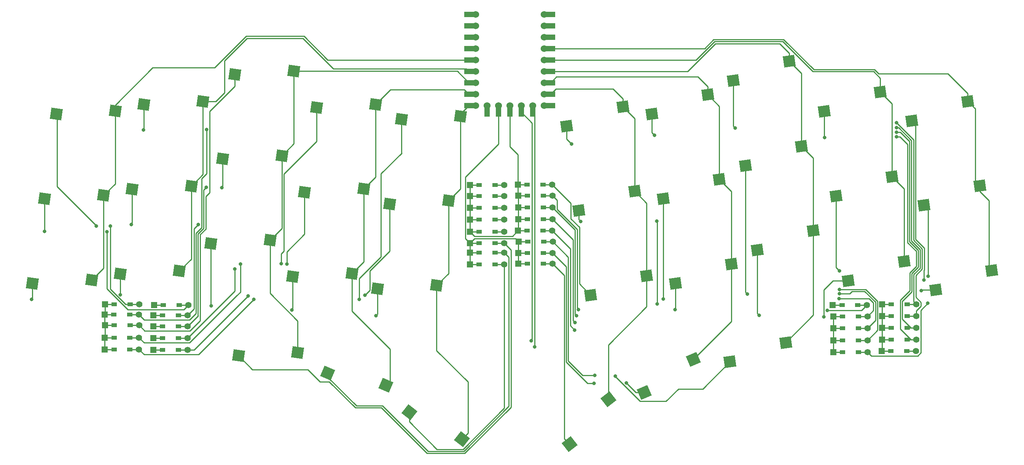
<source format=gbl>
G04 #@! TF.GenerationSoftware,KiCad,Pcbnew,7.0.1-0*
G04 #@! TF.CreationDate,2023-06-03T13:21:34+09:00*
G04 #@! TF.ProjectId,cool536lc,636f6f6c-3533-4366-9c63-2e6b69636164,rev?*
G04 #@! TF.SameCoordinates,Original*
G04 #@! TF.FileFunction,Copper,L2,Bot*
G04 #@! TF.FilePolarity,Positive*
%FSLAX46Y46*%
G04 Gerber Fmt 4.6, Leading zero omitted, Abs format (unit mm)*
G04 Created by KiCad (PCBNEW 7.0.1-0) date 2023-06-03 13:21:34*
%MOMM*%
%LPD*%
G01*
G04 APERTURE LIST*
G04 Aperture macros list*
%AMRotRect*
0 Rectangle, with rotation*
0 The origin of the aperture is its center*
0 $1 length*
0 $2 width*
0 $3 Rotation angle, in degrees counterclockwise*
0 Add horizontal line*
21,1,$1,$2,0,0,$3*%
G04 Aperture macros list end*
G04 #@! TA.AperFunction,ComponentPad*
%ADD10R,1.397000X1.397000*%
G04 #@! TD*
G04 #@! TA.AperFunction,SMDPad,CuDef*
%ADD11R,1.300000X0.950000*%
G04 #@! TD*
G04 #@! TA.AperFunction,ComponentPad*
%ADD12C,1.397000*%
G04 #@! TD*
G04 #@! TA.AperFunction,SMDPad,CuDef*
%ADD13RotRect,2.550000X2.500000X8.000000*%
G04 #@! TD*
G04 #@! TA.AperFunction,SMDPad,CuDef*
%ADD14RotRect,2.550000X2.500000X352.000000*%
G04 #@! TD*
G04 #@! TA.AperFunction,SMDPad,CuDef*
%ADD15RotRect,2.550000X2.500000X322.000000*%
G04 #@! TD*
G04 #@! TA.AperFunction,SMDPad,CuDef*
%ADD16RotRect,2.550000X2.500000X23.000000*%
G04 #@! TD*
G04 #@! TA.AperFunction,SMDPad,CuDef*
%ADD17RotRect,2.550000X2.500000X38.000000*%
G04 #@! TD*
G04 #@! TA.AperFunction,SMDPad,CuDef*
%ADD18RotRect,2.550000X2.500000X337.000000*%
G04 #@! TD*
G04 #@! TA.AperFunction,ComponentPad*
%ADD19C,1.524000*%
G04 #@! TD*
G04 #@! TA.AperFunction,SMDPad,CuDef*
%ADD20R,2.000000X1.200000*%
G04 #@! TD*
G04 #@! TA.AperFunction,SMDPad,CuDef*
%ADD21R,1.200000X2.000000*%
G04 #@! TD*
G04 #@! TA.AperFunction,ViaPad*
%ADD22C,0.800000*%
G04 #@! TD*
G04 #@! TA.AperFunction,Conductor*
%ADD23C,0.250000*%
G04 #@! TD*
G04 APERTURE END LIST*
D10*
X147140000Y-193590000D03*
D11*
X149175000Y-193590000D03*
X152725000Y-193590000D03*
D12*
X154760000Y-193590000D03*
D10*
X157851525Y-201206198D03*
D11*
X159886525Y-201206198D03*
X163436525Y-201206198D03*
D12*
X165471525Y-201206198D03*
D10*
X157851525Y-195906198D03*
D11*
X159886525Y-195906198D03*
X163436525Y-195906198D03*
D12*
X165471525Y-195906198D03*
D13*
X205300427Y-211142418D03*
X192852731Y-215456790D03*
X202599865Y-192289417D03*
X190152169Y-196603789D03*
D10*
X227836525Y-220296198D03*
D11*
X229871525Y-220296198D03*
X233421525Y-220296198D03*
D12*
X235456525Y-220296198D03*
D13*
X217360427Y-228652418D03*
X204912731Y-232966790D03*
X243690989Y-210545419D03*
X231243293Y-214859791D03*
D10*
X147140000Y-203940000D03*
D11*
X149175000Y-203940000D03*
X152725000Y-203940000D03*
D12*
X154760000Y-203940000D03*
D10*
X238736525Y-230576198D03*
D11*
X240771525Y-230576198D03*
X244321525Y-230576198D03*
D12*
X246356525Y-230576198D03*
D10*
X238796525Y-225406198D03*
D11*
X240831525Y-225406198D03*
X244381525Y-225406198D03*
D12*
X246416525Y-225406198D03*
D14*
X123469075Y-194407520D03*
X110314380Y-195123711D03*
D13*
X257889865Y-174919417D03*
X245442169Y-179233789D03*
D10*
X227936525Y-230796198D03*
D11*
X229971525Y-230796198D03*
X233521525Y-230796198D03*
D12*
X235556525Y-230796198D03*
D13*
X263190989Y-212575419D03*
X250743293Y-216889791D03*
D10*
X147140000Y-211273802D03*
D11*
X149175000Y-211273802D03*
X152725000Y-211273802D03*
D12*
X154760000Y-211273802D03*
D14*
X87701220Y-174930007D03*
X74546525Y-175646198D03*
D10*
X65896525Y-224836198D03*
D11*
X67931525Y-224836198D03*
X71481525Y-224836198D03*
D12*
X73516525Y-224836198D03*
D10*
X76696525Y-225016198D03*
D11*
X78731525Y-225016198D03*
X82281525Y-225016198D03*
D12*
X84316525Y-225016198D03*
D14*
X68189075Y-177007520D03*
X55034380Y-177723711D03*
X107939075Y-168167520D03*
X94784380Y-168883711D03*
X102621220Y-205870007D03*
X89466525Y-206586198D03*
D12*
X84306525Y-222576198D03*
D11*
X82271525Y-222576198D03*
X78721525Y-222576198D03*
D10*
X76686525Y-222576198D03*
D14*
X105268513Y-187030521D03*
X92113818Y-187746712D03*
X144989075Y-178207520D03*
X131834380Y-178923711D03*
D10*
X65836525Y-222456198D03*
D11*
X67871525Y-222456198D03*
X71421525Y-222456198D03*
D12*
X73456525Y-222456198D03*
D13*
X183739865Y-194939417D03*
X171292169Y-199253789D03*
D10*
X238796525Y-220106198D03*
D11*
X240831525Y-220106198D03*
X244381525Y-220106198D03*
D12*
X246416525Y-220106198D03*
D10*
X76696525Y-230316198D03*
D11*
X78731525Y-230316198D03*
X82281525Y-230316198D03*
D12*
X84316525Y-230316198D03*
D13*
X241010427Y-191682418D03*
X228562731Y-195996790D03*
D14*
X62909637Y-214734519D03*
X49754942Y-215450710D03*
D10*
X157736525Y-193436198D03*
D11*
X159771525Y-193436198D03*
X163321525Y-193436198D03*
D12*
X165356525Y-193436198D03*
D15*
X145366920Y-250182147D03*
X133616525Y-244225038D03*
D10*
X147140000Y-195990000D03*
D11*
X149175000Y-195990000D03*
X152725000Y-195990000D03*
D12*
X154760000Y-195990000D03*
D10*
X65866525Y-227566198D03*
D11*
X67901525Y-227566198D03*
X71451525Y-227566198D03*
D12*
X73486525Y-227566198D03*
D14*
X108759075Y-230857520D03*
X95604380Y-231573711D03*
X120819075Y-213267520D03*
X107664380Y-213983711D03*
D10*
X65866525Y-230216198D03*
D11*
X67901525Y-230216198D03*
X71451525Y-230216198D03*
D12*
X73486525Y-230216198D03*
D14*
X82439075Y-212677520D03*
X69284380Y-213393711D03*
X139689075Y-215917520D03*
X126534380Y-216633711D03*
D13*
X223490427Y-203732418D03*
X211042731Y-208046790D03*
D10*
X157905000Y-206150000D03*
D11*
X159940000Y-206150000D03*
X163490000Y-206150000D03*
D12*
X165525000Y-206150000D03*
D10*
X65876525Y-220176198D03*
D11*
X67911525Y-220176198D03*
X71461525Y-220176198D03*
D12*
X73496525Y-220176198D03*
D10*
X147140000Y-208620000D03*
D11*
X149175000Y-208620000D03*
X152725000Y-208620000D03*
D12*
X154760000Y-208620000D03*
D10*
X227936525Y-225496198D03*
D11*
X229971525Y-225496198D03*
X233521525Y-225496198D03*
D12*
X235556525Y-225496198D03*
D16*
X196806525Y-232406198D03*
X185899616Y-239795262D03*
D13*
X218168709Y-165978357D03*
X205721013Y-170292729D03*
D17*
X177906525Y-241346198D03*
X169283690Y-251306401D03*
D13*
X220818709Y-184888357D03*
X208371013Y-189202729D03*
X260529865Y-193729417D03*
X248082169Y-198043789D03*
X238380427Y-172822418D03*
X225932731Y-177136790D03*
D10*
X147140000Y-198640000D03*
D11*
X149175000Y-198640000D03*
X152725000Y-198640000D03*
D12*
X154760000Y-198640000D03*
D13*
X181100989Y-176075419D03*
X168653293Y-180389791D03*
D10*
X227936525Y-222846198D03*
D11*
X229971525Y-222846198D03*
X233521525Y-222846198D03*
D12*
X235556525Y-222846198D03*
D10*
X238796525Y-222756198D03*
D11*
X240831525Y-222756198D03*
X244381525Y-222756198D03*
D12*
X246416525Y-222756198D03*
D14*
X142359075Y-197057520D03*
X129204380Y-197773711D03*
D10*
X147140000Y-206550000D03*
D11*
X149175000Y-206550000D03*
X152725000Y-206550000D03*
D12*
X154760000Y-206550000D03*
D10*
X238796525Y-228056198D03*
D11*
X240831525Y-228056198D03*
X244381525Y-228056198D03*
D12*
X246416525Y-228056198D03*
D18*
X128366525Y-238136198D03*
X115474702Y-235423299D03*
D13*
X200020427Y-173412418D03*
X187572731Y-177726790D03*
D10*
X76696525Y-227666198D03*
D11*
X78731525Y-227666198D03*
X82281525Y-227666198D03*
D12*
X84316525Y-227666198D03*
D10*
X227936525Y-228146198D03*
D11*
X229971525Y-228146198D03*
X233521525Y-228146198D03*
D12*
X235556525Y-228146198D03*
D14*
X126139075Y-175567520D03*
X112984380Y-176283711D03*
D10*
X157885000Y-211100000D03*
D11*
X159920000Y-211100000D03*
X163470000Y-211100000D03*
D12*
X165505000Y-211100000D03*
D13*
X186400427Y-213772418D03*
X173952731Y-218086790D03*
D10*
X76826525Y-220326198D03*
D11*
X78861525Y-220326198D03*
X82411525Y-220326198D03*
D12*
X84446525Y-220326198D03*
D10*
X157776525Y-203746198D03*
D11*
X159811525Y-203746198D03*
X163361525Y-203746198D03*
D12*
X165396525Y-203746198D03*
D14*
X65569653Y-195881990D03*
X52414958Y-196598181D03*
D10*
X147140000Y-201290000D03*
D11*
X149175000Y-201290000D03*
X152725000Y-201290000D03*
D12*
X154760000Y-201290000D03*
D14*
X85091220Y-193800007D03*
X71936525Y-194516198D03*
D10*
X157888525Y-208736198D03*
D11*
X159923525Y-208736198D03*
X163473525Y-208736198D03*
D12*
X165508525Y-208736198D03*
D10*
X157851525Y-198556198D03*
D11*
X159886525Y-198556198D03*
X163436525Y-198556198D03*
D12*
X165471525Y-198556198D03*
D19*
X148346525Y-155516198D03*
D20*
X146876525Y-155516198D03*
D19*
X148346525Y-158056198D03*
D20*
X146876525Y-158056198D03*
D19*
X148346525Y-160596198D03*
D20*
X146876525Y-160596198D03*
D19*
X148346525Y-163136198D03*
D20*
X146876525Y-163136198D03*
D19*
X148346525Y-165676198D03*
D20*
X146876525Y-165676198D03*
D19*
X148346525Y-168216198D03*
D20*
X146876525Y-168216198D03*
D19*
X148346525Y-170756198D03*
D20*
X146876525Y-170756198D03*
D19*
X148346525Y-173296198D03*
D20*
X146876525Y-173296198D03*
D19*
X148346525Y-175836198D03*
D20*
X146876525Y-175836198D03*
D21*
X150886525Y-177296198D03*
D19*
X150886525Y-175836198D03*
D21*
X153426525Y-177306198D03*
D19*
X153426525Y-175836198D03*
D21*
X155966525Y-177296198D03*
D19*
X155966525Y-175836198D03*
X158506525Y-175836198D03*
D21*
X158496525Y-177306198D03*
X161056525Y-177296198D03*
D19*
X161046525Y-175836198D03*
D20*
X165056525Y-175836198D03*
D19*
X163586525Y-175836198D03*
D20*
X165056525Y-173296198D03*
D19*
X163586525Y-173296198D03*
D20*
X165056525Y-170756198D03*
D19*
X163586525Y-170756198D03*
D20*
X165056525Y-168216198D03*
D19*
X163586525Y-168216198D03*
D20*
X165056525Y-165676198D03*
D19*
X163586525Y-165676198D03*
D20*
X165056525Y-163136198D03*
D19*
X163586525Y-163136198D03*
D20*
X165056525Y-160596198D03*
D19*
X163586525Y-160596198D03*
D20*
X165056525Y-158056198D03*
D19*
X163586525Y-158056198D03*
D20*
X165056525Y-155516198D03*
D19*
X163586525Y-155516198D03*
D22*
X161530000Y-229590000D03*
X160740000Y-228240000D03*
X122470000Y-219050500D03*
X99050000Y-219000000D03*
X123710000Y-218100000D03*
X97750000Y-218270000D03*
X96020000Y-211130000D03*
X105110000Y-211070000D03*
X94790000Y-212290000D03*
X106340000Y-211140000D03*
X91910000Y-194140000D03*
X88410000Y-194080000D03*
X74450000Y-181270000D03*
X88490000Y-181190000D03*
X86670000Y-202320000D03*
X71790000Y-202320000D03*
X52480000Y-203900000D03*
X66294153Y-203970000D03*
X67060000Y-202720000D03*
X63940000Y-202720000D03*
X49560000Y-219030000D03*
X69320000Y-218020000D03*
X89530000Y-220520000D03*
X107520000Y-221400000D03*
X126160000Y-222660000D03*
X188750000Y-220050000D03*
X171750000Y-201650000D03*
X188670000Y-201560000D03*
X226610000Y-221530000D03*
X190090000Y-218920000D03*
X229270000Y-218840000D03*
X208820000Y-217840000D03*
X229311490Y-217809271D03*
X229290000Y-212660000D03*
X229290000Y-216810000D03*
X249050000Y-213870000D03*
X248980000Y-219910000D03*
X248150000Y-214700000D03*
X226050000Y-182930000D03*
X242030782Y-182808355D03*
X206120000Y-180870000D03*
X242003238Y-181809232D03*
X188150000Y-182450000D03*
X242010000Y-179690000D03*
X241980000Y-180810000D03*
X169730000Y-184410000D03*
X192750000Y-221310000D03*
X171224500Y-221300000D03*
X211470000Y-222610000D03*
X170790000Y-222690000D03*
X225830000Y-222950000D03*
X170440000Y-224230000D03*
X247530000Y-217080000D03*
X170420000Y-225880000D03*
X174860000Y-236010000D03*
X179440000Y-236110000D03*
X181910000Y-237670000D03*
X174700000Y-237740000D03*
D23*
X78731525Y-225016198D02*
X76696525Y-225016198D01*
X147140000Y-206550000D02*
X148163500Y-205526500D01*
X148163500Y-205526500D02*
X157281500Y-205526500D01*
X157281500Y-205526500D02*
X157905000Y-206150000D01*
X157888525Y-208736198D02*
X157888525Y-206166475D01*
X157888525Y-206166475D02*
X157905000Y-206150000D01*
X159940000Y-206150000D02*
X157905000Y-206150000D01*
X229971525Y-222846198D02*
X227936525Y-222846198D01*
X227936525Y-225496198D02*
X227936525Y-222846198D01*
X179440000Y-236110000D02*
X179440000Y-236240000D01*
X179440000Y-236240000D02*
X184969075Y-241769075D01*
X190690925Y-241769075D02*
X193480000Y-238980000D01*
X184969075Y-241769075D02*
X190690925Y-241769075D01*
X193480000Y-238980000D02*
X198899522Y-238980000D01*
X198899522Y-238980000D02*
X204912731Y-232966790D01*
X78721525Y-222576198D02*
X76686525Y-222576198D01*
X161465000Y-229525000D02*
X161530000Y-229590000D01*
X161465000Y-177704673D02*
X161465000Y-229525000D01*
X161056525Y-177296198D02*
X161465000Y-177704673D01*
X161046525Y-175836198D02*
X161046525Y-177286198D01*
X161046525Y-177286198D02*
X161056525Y-177296198D01*
X158496525Y-177306198D02*
X160915000Y-179724673D01*
X160915000Y-179724673D02*
X160915000Y-228065000D01*
X160915000Y-228065000D02*
X160740000Y-228240000D01*
X158506525Y-175836198D02*
X158506525Y-177296198D01*
X158506525Y-177296198D02*
X158496525Y-177306198D01*
X122470000Y-219050500D02*
X122470000Y-214383604D01*
X131834380Y-186324380D02*
X131834380Y-178923711D01*
X122470000Y-214383604D02*
X127310000Y-209543604D01*
X127310000Y-209543604D02*
X127310000Y-191020000D01*
X127310000Y-191020000D02*
X131920000Y-186410000D01*
X131920000Y-186410000D02*
X131834380Y-186324380D01*
X124830000Y-216980000D02*
X124830000Y-212660000D01*
X123710000Y-218100000D02*
X124830000Y-216980000D01*
X129204380Y-208285620D02*
X129204380Y-197773711D01*
X124830000Y-212660000D02*
X129204380Y-208285620D01*
X86710302Y-231339698D02*
X99050000Y-219000000D01*
X74610025Y-231339698D02*
X86710302Y-231339698D01*
X73486525Y-230216198D02*
X74610025Y-231339698D01*
X84316525Y-230316198D02*
X85703802Y-230316198D01*
X85703802Y-230316198D02*
X97750000Y-218270000D01*
X105110000Y-211070000D02*
X105110000Y-208900000D01*
X84740473Y-228689698D02*
X95240000Y-218190171D01*
X95240000Y-218190171D02*
X96020000Y-217410171D01*
X96020000Y-217410171D02*
X96020000Y-211130000D01*
X105110000Y-208900000D02*
X105718513Y-208291487D01*
X105718513Y-208291487D02*
X105718513Y-191090000D01*
X112984380Y-183824133D02*
X112984380Y-176283711D01*
X74610025Y-228689698D02*
X84740473Y-228689698D01*
X73486525Y-227566198D02*
X74610025Y-228689698D01*
X105718513Y-191090000D02*
X112984380Y-183824133D01*
X84316525Y-227666198D02*
X94790000Y-217192723D01*
X94790000Y-217192723D02*
X94790000Y-212290000D01*
X106340000Y-211140000D02*
X106340000Y-208430000D01*
X106340000Y-208430000D02*
X110314380Y-204455620D01*
X110314380Y-204455620D02*
X110314380Y-195123711D01*
X73516525Y-224836198D02*
X74720025Y-226039698D01*
X87110000Y-223740000D02*
X87110000Y-204602792D01*
X89215000Y-195225000D02*
X89215000Y-177105000D01*
X74720025Y-226039698D02*
X84810302Y-226039698D01*
X84810302Y-226039698D02*
X87110000Y-223740000D01*
X87110000Y-204602792D02*
X88330000Y-203382792D01*
X88330000Y-203382792D02*
X88330000Y-196110000D01*
X88330000Y-196110000D02*
X89215000Y-195225000D01*
X89215000Y-177105000D02*
X94784380Y-171535620D01*
X94784380Y-171535620D02*
X94784380Y-168883711D01*
X86611362Y-204465034D02*
X87845000Y-203231396D01*
X87845000Y-203231396D02*
X87845000Y-202858604D01*
X87845000Y-202858604D02*
X87845000Y-194645000D01*
X86611362Y-222624085D02*
X86611362Y-204465034D01*
X84316525Y-225016198D02*
X86660000Y-222672723D01*
X92113818Y-193936182D02*
X92113818Y-187746712D01*
X87845000Y-194645000D02*
X88410000Y-194080000D01*
X86660000Y-222672723D02*
X86611362Y-222624085D01*
X91910000Y-194140000D02*
X92113818Y-193936182D01*
X73456525Y-222456198D02*
X74600025Y-223599698D01*
X74600025Y-223599698D02*
X84730473Y-223599698D01*
X84730473Y-223599698D02*
X86161362Y-222168810D01*
X86161362Y-204278638D02*
X87395000Y-203045000D01*
X86161362Y-222168810D02*
X86161362Y-204278638D01*
X87395000Y-203045000D02*
X87395000Y-192132623D01*
X87395000Y-192132623D02*
X88490000Y-191037623D01*
X88490000Y-191037623D02*
X88490000Y-181190000D01*
X85711362Y-221171362D02*
X84306525Y-222576198D01*
X85711362Y-221171362D02*
X85711362Y-203278638D01*
X85711362Y-203278638D02*
X86670000Y-202320000D01*
X74450000Y-181270000D02*
X74546525Y-181173475D01*
X74546525Y-181173475D02*
X74546525Y-175646198D01*
X71936525Y-194516198D02*
X71936525Y-202173475D01*
X71936525Y-202173475D02*
X71790000Y-202320000D01*
X52414958Y-203834958D02*
X52414958Y-196598181D01*
X84446525Y-220326198D02*
X83423025Y-221349698D01*
X83423025Y-221349698D02*
X70987997Y-221349698D01*
X70987997Y-221349698D02*
X66294153Y-216655854D01*
X66294153Y-216655854D02*
X66294153Y-203970000D01*
X52480000Y-203900000D02*
X52414958Y-203834958D01*
X55034380Y-177723711D02*
X55201541Y-177890872D01*
X67060000Y-202720000D02*
X67060000Y-216785305D01*
X55201541Y-177890872D02*
X55201541Y-193911541D01*
X55201541Y-193911541D02*
X63940000Y-202650000D01*
X63940000Y-202650000D02*
X63940000Y-202720000D01*
X70450893Y-220176198D02*
X73496525Y-220176198D01*
X67060000Y-216785305D02*
X70450893Y-220176198D01*
X49560000Y-219030000D02*
X49754942Y-218835058D01*
X49754942Y-218835058D02*
X49754942Y-215450710D01*
X69320000Y-218020000D02*
X69284380Y-217984380D01*
X69284380Y-217984380D02*
X69284380Y-213393711D01*
X89530000Y-220520000D02*
X89466525Y-220456525D01*
X89466525Y-220456525D02*
X89466525Y-206586198D01*
X107664380Y-221255620D02*
X107664380Y-213983711D01*
X107520000Y-221400000D02*
X107664380Y-221255620D01*
X126160000Y-222660000D02*
X126534380Y-222285620D01*
X126534380Y-222285620D02*
X126534380Y-216633711D01*
X234222723Y-221530000D02*
X226610000Y-221530000D01*
X188750000Y-220050000D02*
X188750000Y-201640000D01*
X235456525Y-220296198D02*
X234222723Y-221530000D01*
X188750000Y-201640000D02*
X188670000Y-201560000D01*
X171750000Y-201650000D02*
X171292169Y-201192169D01*
X171292169Y-201192169D02*
X171292169Y-199253789D01*
X236873025Y-221529698D02*
X236873025Y-219825817D01*
X236873025Y-219825817D02*
X235887208Y-218840000D01*
X235556525Y-222846198D02*
X236873025Y-221529698D01*
X190152169Y-218857831D02*
X190152169Y-196603789D01*
X235887208Y-218840000D02*
X229270000Y-218840000D01*
X190090000Y-218920000D02*
X190152169Y-218857831D01*
X234943604Y-217260000D02*
X232120000Y-217260000D01*
X237323025Y-223729698D02*
X237323025Y-219639421D01*
X237323025Y-219639421D02*
X234943604Y-217260000D01*
X231570729Y-217809271D02*
X229311490Y-217809271D01*
X208371013Y-217391013D02*
X208371013Y-189202729D01*
X235556525Y-225496198D02*
X237323025Y-223729698D01*
X232120000Y-217260000D02*
X231570729Y-217809271D01*
X208820000Y-217840000D02*
X208371013Y-217391013D01*
X235556525Y-228146198D02*
X237773025Y-225929698D01*
X235130000Y-216810000D02*
X229290000Y-216810000D01*
X237773025Y-225929698D02*
X237773025Y-219453025D01*
X237773025Y-219453025D02*
X235130000Y-216810000D01*
X229290000Y-212660000D02*
X228562731Y-211932731D01*
X228562731Y-211932731D02*
X228562731Y-195996790D01*
X236390327Y-231630000D02*
X246750171Y-231630000D01*
X247425856Y-221464144D02*
X248980000Y-219910000D01*
X249050000Y-213870000D02*
X249050000Y-199011620D01*
X247446489Y-221926489D02*
X247425856Y-221905856D01*
X246750171Y-231630000D02*
X247446489Y-230933682D01*
X247425856Y-221905856D02*
X247425856Y-221464144D01*
X235556525Y-230796198D02*
X236390327Y-231630000D01*
X247446489Y-230933682D02*
X247446489Y-221926489D01*
X249050000Y-199011620D02*
X248082169Y-198043789D01*
X244381525Y-228056198D02*
X246416525Y-228056198D01*
X246356525Y-230576198D02*
X244321525Y-230576198D01*
X248150000Y-212516396D02*
X248150000Y-214700000D01*
X248180000Y-212486396D02*
X248150000Y-212516396D01*
X248180000Y-207573604D02*
X248180000Y-212486396D01*
X246250000Y-180041620D02*
X246250000Y-202860000D01*
X246250000Y-202860000D02*
X246250000Y-205643604D01*
X246250000Y-205643604D02*
X248180000Y-207573604D01*
X245442169Y-179233789D02*
X246250000Y-180041620D01*
X244450000Y-184460000D02*
X243050000Y-183060000D01*
X246380000Y-208319188D02*
X244450000Y-206389188D01*
X242798355Y-182808355D02*
X242030782Y-182808355D01*
X242880000Y-219193604D02*
X244771802Y-217301802D01*
X245256525Y-228056198D02*
X242880000Y-225679673D01*
X244953887Y-217119717D02*
X244953887Y-213113321D01*
X244953887Y-213113321D02*
X246380000Y-211687208D01*
X246416525Y-228056198D02*
X245256525Y-228056198D01*
X244771802Y-217301802D02*
X244953887Y-217119717D01*
X246380000Y-211687208D02*
X246380000Y-208319188D01*
X242880000Y-225679673D02*
X242880000Y-219193604D01*
X244450000Y-206389188D02*
X244450000Y-184460000D01*
X225932731Y-182812731D02*
X225932731Y-177136790D01*
X243050000Y-183060000D02*
X242798355Y-182808355D01*
X226050000Y-182930000D02*
X225932731Y-182812731D01*
X206120000Y-180870000D02*
X205721013Y-180471013D01*
X205721013Y-180471013D02*
X205721013Y-170292729D01*
X244900000Y-185480000D02*
X244900000Y-183852792D01*
X246830000Y-211873604D02*
X246830000Y-209350000D01*
X245403887Y-216320000D02*
X245403887Y-213299717D01*
X242856440Y-181809232D02*
X242003238Y-181809232D01*
X245403887Y-213299717D02*
X246830000Y-211873604D01*
X246830000Y-208132792D02*
X244900000Y-206202792D01*
X246830000Y-209350000D02*
X246830000Y-208132792D01*
X242863604Y-181816396D02*
X242856440Y-181809232D01*
X244900000Y-206202792D02*
X244900000Y-185480000D01*
X244900000Y-183852792D02*
X242863604Y-181816396D01*
X245403887Y-217376113D02*
X245403887Y-216320000D01*
X243330000Y-223479673D02*
X243330000Y-219380000D01*
X243400000Y-219380000D02*
X245403887Y-217376113D01*
X243330000Y-219380000D02*
X243400000Y-219380000D01*
X247280000Y-212060000D02*
X245853887Y-213486113D01*
X245350000Y-206016396D02*
X247280000Y-207946396D01*
X242493604Y-180810000D02*
X245350000Y-183666396D01*
X245350000Y-183666396D02*
X245350000Y-206016396D01*
X245853887Y-219543560D02*
X246416525Y-220106198D01*
X241980000Y-180810000D02*
X242493604Y-180810000D01*
X247280000Y-207946396D02*
X247280000Y-212060000D01*
X245853887Y-213486113D02*
X245853887Y-219543560D01*
X246416525Y-222756198D02*
X246416525Y-221583500D01*
X247440025Y-219682250D02*
X246303887Y-218546113D01*
X246303887Y-213726113D02*
X247730000Y-212300000D01*
X246416525Y-221583500D02*
X247440025Y-220560000D01*
X247440025Y-220560000D02*
X247440025Y-219682250D01*
X246303887Y-218546113D02*
X246303887Y-213726113D01*
X247730000Y-207760000D02*
X245800000Y-205830000D01*
X247730000Y-212300000D02*
X247730000Y-207760000D01*
X245800000Y-205830000D02*
X245800000Y-183480000D01*
X245800000Y-183480000D02*
X242010000Y-179690000D01*
X245256525Y-225406198D02*
X243330000Y-223479673D01*
X246416525Y-225406198D02*
X245256525Y-225406198D01*
X188150000Y-182450000D02*
X187572731Y-181872731D01*
X187572731Y-181872731D02*
X187572731Y-177726790D01*
X169730000Y-184410000D02*
X168653293Y-183333293D01*
X168653293Y-183333293D02*
X168653293Y-180389791D01*
X169530611Y-201050611D02*
X171470000Y-202990000D01*
X171470000Y-202990000D02*
X171470000Y-215604059D01*
X169530611Y-197610284D02*
X169530611Y-201050611D01*
X165356525Y-193436198D02*
X169530611Y-197610284D01*
X171470000Y-215604059D02*
X173952731Y-218086790D01*
X166495025Y-198943302D02*
X171020000Y-203468277D01*
X192852731Y-221207269D02*
X192852731Y-215456790D01*
X166495025Y-196929698D02*
X166495025Y-198943302D01*
X165471525Y-195906198D02*
X166495025Y-196929698D01*
X192750000Y-221310000D02*
X192852731Y-221207269D01*
X171020000Y-203468277D02*
X171020000Y-221095500D01*
X171020000Y-221095500D02*
X171224500Y-221300000D01*
X170420000Y-225880000D02*
X169440000Y-224900000D01*
X169440000Y-224900000D02*
X169440000Y-207789672D01*
X169440000Y-207789672D02*
X165396525Y-203746198D01*
X165471525Y-198556198D02*
X170500000Y-203584673D01*
X170500000Y-203584673D02*
X170500000Y-222400000D01*
X211470000Y-222610000D02*
X211042731Y-222182731D01*
X170500000Y-222400000D02*
X170790000Y-222690000D01*
X211042731Y-222182731D02*
X211042731Y-208046790D01*
X225830000Y-222950000D02*
X225830000Y-216890000D01*
X165471525Y-201206198D02*
X170020000Y-205754673D01*
X170020000Y-223810000D02*
X170440000Y-224230000D01*
X170020000Y-205754673D02*
X170020000Y-222860000D01*
X170020000Y-222860000D02*
X170020000Y-223810000D01*
X225830000Y-216890000D02*
X227860209Y-214859791D01*
X227860209Y-214859791D02*
X231243293Y-214859791D01*
X247530000Y-217080000D02*
X247720209Y-216889791D01*
X247720209Y-216889791D02*
X250743293Y-216889791D01*
X95604380Y-231573711D02*
X98715334Y-234684666D01*
X98715334Y-234684666D02*
X111064666Y-234684666D01*
X145926598Y-253360000D02*
X156233500Y-243053098D01*
X111064666Y-234684666D02*
X113777112Y-237397112D01*
X121605000Y-243195000D02*
X127408604Y-243195000D01*
X156233500Y-208023500D02*
X154760000Y-206550000D01*
X113777112Y-237397112D02*
X115807112Y-237397112D01*
X137573604Y-253360000D02*
X145926598Y-253360000D01*
X115807112Y-237397112D02*
X121605000Y-243195000D01*
X156233500Y-243053098D02*
X156233500Y-208023500D01*
X127408604Y-243195000D02*
X137573604Y-253360000D01*
X257889865Y-174919417D02*
X257889865Y-173148333D01*
X237116823Y-167830000D02*
X223620273Y-167830000D01*
X257889865Y-173148333D02*
X253471532Y-168730000D01*
X253471532Y-168730000D02*
X238016823Y-168730000D01*
X238016823Y-168730000D02*
X237116823Y-167830000D01*
X199311010Y-163136198D02*
X165056525Y-163136198D01*
X223620273Y-167830000D02*
X216914391Y-161124118D01*
X216914391Y-161124118D02*
X201323090Y-161124118D01*
X201323090Y-161124118D02*
X199311010Y-163136198D01*
X165056525Y-165676198D02*
X197407406Y-165676198D01*
X201509486Y-161574118D02*
X216727995Y-161574118D01*
X197407406Y-165676198D02*
X201509486Y-161574118D01*
X216727995Y-161574118D02*
X223433877Y-168280000D01*
X223433877Y-168280000D02*
X236930427Y-168280000D01*
X236930427Y-168280000D02*
X238380427Y-169730000D01*
X238380427Y-169730000D02*
X238380427Y-172822418D01*
X146876525Y-165676198D02*
X115452594Y-165676198D01*
X115452594Y-165676198D02*
X110166396Y-160390000D01*
X110166396Y-160390000D02*
X97304933Y-160390000D01*
X76502156Y-167432156D02*
X68189075Y-175745236D01*
X97304933Y-160390000D02*
X90262777Y-167432156D01*
X90262777Y-167432156D02*
X76502156Y-167432156D01*
X68189075Y-175745236D02*
X68189075Y-177007520D01*
X87701220Y-174930007D02*
X90519993Y-174930007D01*
X90519993Y-174930007D02*
X92460000Y-172990000D01*
X109980000Y-160840000D02*
X116750000Y-167610000D01*
X92460000Y-172990000D02*
X92460000Y-165871329D01*
X92460000Y-165871329D02*
X97491329Y-160840000D01*
X146270327Y-167610000D02*
X146876525Y-168216198D01*
X97491329Y-160840000D02*
X109980000Y-160840000D01*
X116750000Y-167610000D02*
X146270327Y-167610000D01*
X174860000Y-236010000D02*
X172210000Y-236010000D01*
X172210000Y-236010000D02*
X168990000Y-232790000D01*
X168990000Y-232790000D02*
X168990000Y-209615000D01*
X168990000Y-209615000D02*
X165525000Y-206150000D01*
X168531594Y-233031594D02*
X173240000Y-237740000D01*
X168540000Y-211767673D02*
X168531594Y-211776079D01*
X181910000Y-237670000D02*
X184035262Y-239795262D01*
X168531594Y-211776079D02*
X168531594Y-233031594D01*
X184035262Y-239795262D02*
X185899616Y-239795262D01*
X165508525Y-208736198D02*
X168540000Y-211767673D01*
X173240000Y-237740000D02*
X174700000Y-237740000D01*
X165505000Y-211100000D02*
X168081594Y-213676594D01*
X168081594Y-213676594D02*
X168081594Y-250104305D01*
X168081594Y-250104305D02*
X169283690Y-251306401D01*
X163490000Y-206150000D02*
X165525000Y-206150000D01*
X157885000Y-211100000D02*
X157885000Y-208739723D01*
X157885000Y-208739723D02*
X157888525Y-208736198D01*
X159920000Y-211100000D02*
X157885000Y-211100000D01*
X165505000Y-211100000D02*
X163470000Y-211100000D01*
X154760000Y-208620000D02*
X155783500Y-209643500D01*
X155783500Y-209643500D02*
X155783500Y-242866702D01*
X127595000Y-242745000D02*
X121865000Y-242745000D01*
X155783500Y-242866702D02*
X145740202Y-252910000D01*
X121865000Y-242745000D02*
X115474702Y-236354702D01*
X145740202Y-252910000D02*
X137760000Y-252910000D01*
X137760000Y-252910000D02*
X127595000Y-242745000D01*
X115474702Y-236354702D02*
X115474702Y-235423299D01*
X154760000Y-211273802D02*
X154760000Y-243253806D01*
X154760000Y-243253806D02*
X145553806Y-252460000D01*
X145553806Y-252460000D02*
X139768934Y-252460000D01*
X139768934Y-252460000D02*
X133616525Y-246307591D01*
X133616525Y-246307591D02*
X133616525Y-244225038D01*
X76686525Y-225006198D02*
X76696525Y-225016198D01*
X65866525Y-227566198D02*
X65866525Y-230216198D01*
X65896525Y-224836198D02*
X65896525Y-227536198D01*
X65896525Y-227536198D02*
X65866525Y-227566198D01*
X65836525Y-222456198D02*
X65836525Y-224776198D01*
X65836525Y-224776198D02*
X65896525Y-224836198D01*
X65876525Y-220176198D02*
X65876525Y-222416198D01*
X65876525Y-222416198D02*
X65836525Y-222456198D01*
X238796525Y-228056198D02*
X238796525Y-230516198D01*
X238796525Y-230516198D02*
X238736525Y-230576198D01*
X238796525Y-225406198D02*
X238796525Y-228056198D01*
X238796525Y-222756198D02*
X238796525Y-225406198D01*
X238796525Y-220106198D02*
X238796525Y-222756198D01*
X227936525Y-228146198D02*
X227936525Y-230796198D01*
X227936525Y-225496198D02*
X227936525Y-228146198D01*
X227836525Y-222746198D02*
X227936525Y-222846198D01*
X153426525Y-177306198D02*
X153426525Y-175836198D01*
X147140000Y-206550000D02*
X146116500Y-205526500D01*
X146116500Y-205526500D02*
X146116500Y-191743500D01*
X146116500Y-191743500D02*
X153426525Y-184433475D01*
X153426525Y-184433475D02*
X153426525Y-177306198D01*
X147140000Y-203940000D02*
X148163500Y-204963500D01*
X156559223Y-204963500D02*
X157776525Y-203746198D01*
X148163500Y-204963500D02*
X156559223Y-204963500D01*
X147140000Y-208620000D02*
X147140000Y-206550000D01*
X147140000Y-211273802D02*
X147140000Y-208620000D01*
X157888525Y-206268198D02*
X157856525Y-206236198D01*
X147140000Y-195990000D02*
X147140000Y-193590000D01*
X147140000Y-198640000D02*
X147140000Y-195990000D01*
X147140000Y-201290000D02*
X147140000Y-198640000D01*
X147140000Y-203940000D02*
X147140000Y-201290000D01*
X157851525Y-201206198D02*
X157851525Y-203671198D01*
X157851525Y-203671198D02*
X157776525Y-203746198D01*
X157851525Y-198556198D02*
X157851525Y-201206198D01*
X157851525Y-195906198D02*
X157851525Y-198556198D01*
X157736525Y-193436198D02*
X157736525Y-195791198D01*
X157736525Y-195791198D02*
X157851525Y-195906198D01*
X155966525Y-175836198D02*
X155966525Y-184986525D01*
X155966525Y-184986525D02*
X157736525Y-186756525D01*
X157736525Y-186756525D02*
X157736525Y-193436198D01*
X155966525Y-175836198D02*
X155966525Y-177296198D01*
X163586525Y-158056198D02*
X165056525Y-158056198D01*
X163586525Y-155516198D02*
X165056525Y-155516198D01*
X163586525Y-163136198D02*
X165056525Y-163136198D01*
X163586525Y-165676198D02*
X165056525Y-165676198D01*
X165056525Y-168216198D02*
X195503802Y-168216198D01*
X201695882Y-162024118D02*
X216024118Y-162024118D01*
X218168709Y-164168709D02*
X218168709Y-165978357D01*
X195503802Y-168216198D02*
X201695882Y-162024118D01*
X216024118Y-162024118D02*
X218168709Y-164168709D01*
X163586525Y-168216198D02*
X165056525Y-168216198D01*
X165056525Y-170756198D02*
X166354544Y-169458179D01*
X200020427Y-171641334D02*
X200020427Y-173412418D01*
X166354544Y-169458179D02*
X197837272Y-169458179D01*
X197837272Y-169458179D02*
X200020427Y-171641334D01*
X163586525Y-170756198D02*
X165056525Y-170756198D01*
X165056525Y-173296198D02*
X166231543Y-172121180D01*
X178917834Y-172121180D02*
X181100989Y-174304335D01*
X166231543Y-172121180D02*
X178917834Y-172121180D01*
X181100989Y-174304335D02*
X181100989Y-176075419D01*
X163586525Y-173296198D02*
X165056525Y-173296198D01*
X146876525Y-165676198D02*
X148346525Y-165676198D01*
X148346525Y-168216198D02*
X146876525Y-168216198D01*
X146876525Y-170756198D02*
X144287847Y-168167520D01*
X144287847Y-168167520D02*
X107939075Y-168167520D01*
X148346525Y-170756198D02*
X146876525Y-170756198D01*
X146876525Y-173296198D02*
X148346525Y-173296198D01*
X126139075Y-175567520D02*
X129425397Y-172281198D01*
X129425397Y-172281198D02*
X145861525Y-172281198D01*
X145861525Y-172281198D02*
X146876525Y-173296198D01*
X146876525Y-175836198D02*
X148346525Y-175836198D01*
X144989075Y-178207520D02*
X144989075Y-177723648D01*
X144989075Y-177723648D02*
X146876525Y-175836198D01*
X82281525Y-230316198D02*
X84316525Y-230316198D01*
X76696525Y-230316198D02*
X78731525Y-230316198D01*
X78731525Y-227666198D02*
X76696525Y-227666198D01*
X84316525Y-227666198D02*
X82281525Y-227666198D01*
X82281525Y-225016198D02*
X84316525Y-225016198D01*
X84306525Y-222576198D02*
X82271525Y-222576198D01*
X82411525Y-220326198D02*
X84446525Y-220326198D01*
X76826525Y-220326198D02*
X78861525Y-220326198D01*
X71451525Y-230216198D02*
X73486525Y-230216198D01*
X65866525Y-230216198D02*
X67901525Y-230216198D01*
X67901525Y-227566198D02*
X65866525Y-227566198D01*
X73486525Y-227566198D02*
X71451525Y-227566198D01*
X71481525Y-224836198D02*
X73516525Y-224836198D01*
X65896525Y-224836198D02*
X67931525Y-224836198D01*
X67871525Y-222456198D02*
X65836525Y-222456198D01*
X73456525Y-222456198D02*
X71421525Y-222456198D01*
X71461525Y-220176198D02*
X73496525Y-220176198D01*
X65876525Y-220176198D02*
X67911525Y-220176198D01*
X152725000Y-193590000D02*
X154760000Y-193590000D01*
X147140000Y-193590000D02*
X149175000Y-193590000D01*
X149175000Y-195990000D02*
X147140000Y-195990000D01*
X154760000Y-195990000D02*
X152725000Y-195990000D01*
X152725000Y-198640000D02*
X154760000Y-198640000D01*
X147140000Y-198640000D02*
X149175000Y-198640000D01*
X149175000Y-201290000D02*
X147140000Y-201290000D01*
X154760000Y-201290000D02*
X152725000Y-201290000D01*
X152725000Y-203940000D02*
X154760000Y-203940000D01*
X147140000Y-203940000D02*
X149175000Y-203940000D01*
X149175000Y-206550000D02*
X147140000Y-206550000D01*
X154760000Y-206550000D02*
X152725000Y-206550000D01*
X152725000Y-208620000D02*
X154760000Y-208620000D01*
X147140000Y-208620000D02*
X149175000Y-208620000D01*
X149175000Y-211273802D02*
X147140000Y-211273802D01*
X154760000Y-211273802D02*
X152725000Y-211273802D01*
X163321525Y-193436198D02*
X165356525Y-193436198D01*
X157736525Y-193436198D02*
X159771525Y-193436198D01*
X159886525Y-195906198D02*
X157851525Y-195906198D01*
X165471525Y-195906198D02*
X163436525Y-195906198D01*
X163436525Y-198556198D02*
X165471525Y-198556198D01*
X157851525Y-198556198D02*
X159886525Y-198556198D01*
X159886525Y-201206198D02*
X157851525Y-201206198D01*
X165471525Y-201206198D02*
X163436525Y-201206198D01*
X163361525Y-203746198D02*
X165396525Y-203746198D01*
X157776525Y-203746198D02*
X159811525Y-203746198D01*
X163473525Y-208736198D02*
X165508525Y-208736198D01*
X157888525Y-208736198D02*
X159923525Y-208736198D01*
X246416525Y-220106198D02*
X244381525Y-220106198D01*
X238796525Y-220106198D02*
X240831525Y-220106198D01*
X240831525Y-222756198D02*
X238796525Y-222756198D01*
X246416525Y-222756198D02*
X244381525Y-222756198D01*
X244381525Y-225406198D02*
X246416525Y-225406198D01*
X238796525Y-225406198D02*
X240831525Y-225406198D01*
X240831525Y-228056198D02*
X238796525Y-228056198D01*
X238736525Y-230576198D02*
X240771525Y-230576198D01*
X233521525Y-230796198D02*
X235556525Y-230796198D01*
X227936525Y-230796198D02*
X229971525Y-230796198D01*
X227936525Y-228146198D02*
X229971525Y-228146198D01*
X235556525Y-228146198D02*
X233521525Y-228146198D01*
X233521525Y-225496198D02*
X235556525Y-225496198D01*
X227936525Y-225496198D02*
X229971525Y-225496198D01*
X235556525Y-222846198D02*
X233521525Y-222846198D01*
X233421525Y-220296198D02*
X235456525Y-220296198D01*
X227836525Y-220296198D02*
X229871525Y-220296198D01*
X223490427Y-203732418D02*
X223490427Y-222522418D01*
X223490427Y-222522418D02*
X217360427Y-228652418D01*
X205300427Y-211142418D02*
X205300427Y-223912296D01*
X205300427Y-223912296D02*
X196806525Y-232406198D01*
X186400427Y-213772418D02*
X186400427Y-220689573D01*
X186400427Y-220689573D02*
X177906525Y-229183475D01*
X177906525Y-229183475D02*
X177906525Y-241346198D01*
X139689075Y-215917520D02*
X139689075Y-230429075D01*
X139689075Y-230429075D02*
X146675739Y-237415739D01*
X146675739Y-237415739D02*
X146675739Y-248873328D01*
X146675739Y-248873328D02*
X145366920Y-250182147D01*
X120819075Y-213267520D02*
X120819075Y-221639075D01*
X120819075Y-221639075D02*
X129319824Y-230139824D01*
X129319824Y-230139824D02*
X129319824Y-237182899D01*
X129319824Y-237182899D02*
X128366525Y-238136198D01*
X102621220Y-205870007D02*
X102621220Y-217721220D01*
X102621220Y-217721220D02*
X108759075Y-223859075D01*
X108759075Y-223859075D02*
X108759075Y-230857520D01*
X65569653Y-195881990D02*
X65569653Y-212074503D01*
X65569653Y-212074503D02*
X62909637Y-214734519D01*
X68189075Y-177007520D02*
X68189075Y-193262568D01*
X68189075Y-193262568D02*
X65569653Y-195881990D01*
X85091220Y-193800007D02*
X85091220Y-210025375D01*
X85091220Y-210025375D02*
X82439075Y-212677520D01*
X87701220Y-174930007D02*
X87701220Y-191190007D01*
X87701220Y-191190007D02*
X85091220Y-193800007D01*
X105268513Y-187030521D02*
X105268513Y-203222714D01*
X105268513Y-203222714D02*
X102621220Y-205870007D01*
X107939075Y-168167520D02*
X107939075Y-184359959D01*
X107939075Y-184359959D02*
X105268513Y-187030521D01*
X123469075Y-194407520D02*
X123469075Y-210617520D01*
X123469075Y-210617520D02*
X120819075Y-213267520D01*
X126139075Y-175567520D02*
X126139075Y-191737520D01*
X126139075Y-191737520D02*
X123469075Y-194407520D01*
X142359075Y-197057520D02*
X142359075Y-213247520D01*
X142359075Y-213247520D02*
X139689075Y-215917520D01*
X144989075Y-178207520D02*
X144989075Y-194427520D01*
X144989075Y-194427520D02*
X142359075Y-197057520D01*
X260529865Y-193729417D02*
X260529865Y-194991701D01*
X260529865Y-194991701D02*
X262600000Y-197061836D01*
X262600000Y-197061836D02*
X262600000Y-211984430D01*
X262600000Y-211984430D02*
X263190989Y-212575419D01*
X257889865Y-174919417D02*
X259515878Y-176545430D01*
X259515878Y-176545430D02*
X259515878Y-192715430D01*
X259515878Y-192715430D02*
X260529865Y-193729417D01*
X241010427Y-191682418D02*
X243690989Y-194362980D01*
X243690989Y-194362980D02*
X243690989Y-210545419D01*
X238380427Y-172822418D02*
X241010427Y-175452418D01*
X241010427Y-175452418D02*
X241010427Y-191682418D01*
X220818709Y-184888357D02*
X223490427Y-187560075D01*
X223490427Y-187560075D02*
X223490427Y-203732418D01*
X218168709Y-165978357D02*
X220818709Y-168628357D01*
X220818709Y-168628357D02*
X220818709Y-184888357D01*
X200020427Y-173412418D02*
X202599865Y-175991856D01*
X202599865Y-175991856D02*
X202599865Y-192289417D01*
X202599865Y-192289417D02*
X205300427Y-194989979D01*
X205300427Y-194989979D02*
X205300427Y-211142418D01*
X183739865Y-194939417D02*
X186400427Y-197599979D01*
X186400427Y-197599979D02*
X186400427Y-213772418D01*
X181100989Y-176075419D02*
X183739865Y-178714295D01*
X183739865Y-178714295D02*
X183739865Y-194939417D01*
M02*

</source>
